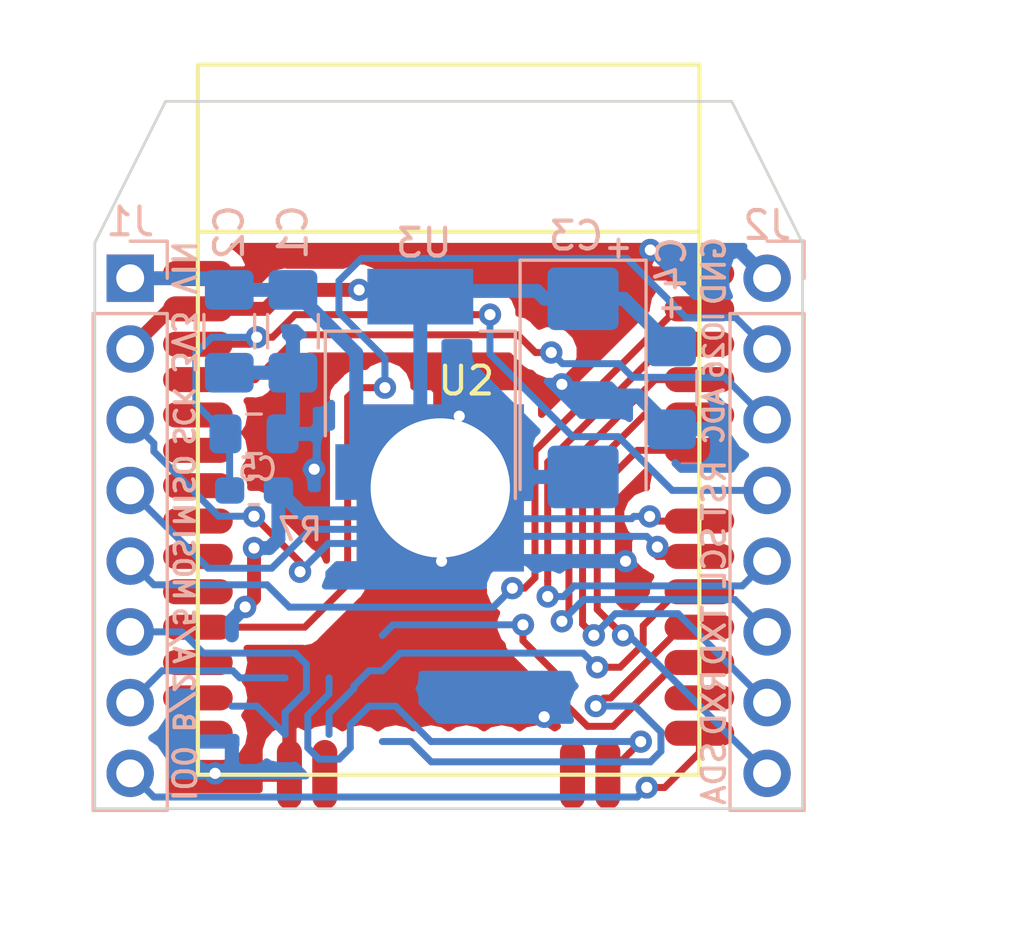
<source format=kicad_pcb>
(kicad_pcb (version 20171130) (host pcbnew 5.1.4)

  (general
    (thickness 1.6)
    (drawings 26)
    (tracks 250)
    (zones 0)
    (modules 10)
    (nets 34)
  )

  (page A4)
  (layers
    (0 F.Cu signal)
    (31 B.Cu signal)
    (32 B.Adhes user)
    (33 F.Adhes user)
    (34 B.Paste user)
    (35 F.Paste user)
    (36 B.SilkS user)
    (37 F.SilkS user)
    (38 B.Mask user)
    (39 F.Mask user)
    (40 Dwgs.User user)
    (41 Cmts.User user)
    (42 Eco1.User user)
    (43 Eco2.User user)
    (44 Edge.Cuts user)
    (45 Margin user)
    (46 B.CrtYd user)
    (47 F.CrtYd user)
    (48 B.Fab user)
    (49 F.Fab user)
  )

  (setup
    (last_trace_width 0.25)
    (trace_clearance 0.2)
    (zone_clearance 0.508)
    (zone_45_only no)
    (trace_min 0.2)
    (via_size 0.8)
    (via_drill 0.4)
    (via_min_size 0.8)
    (via_min_drill 0.3)
    (uvia_size 0.3)
    (uvia_drill 0.1)
    (uvias_allowed no)
    (uvia_min_size 0.2)
    (uvia_min_drill 0.1)
    (edge_width 0.1)
    (segment_width 0.2)
    (pcb_text_width 0.3)
    (pcb_text_size 1.5 1.5)
    (mod_edge_width 0.15)
    (mod_text_size 1 1)
    (mod_text_width 0.15)
    (pad_size 1.7 1.7)
    (pad_drill 1)
    (pad_to_mask_clearance 0)
    (aux_axis_origin 0 0)
    (visible_elements FFFFFF7F)
    (pcbplotparams
      (layerselection 0x010f0_ffffffff)
      (usegerberextensions true)
      (usegerberattributes false)
      (usegerberadvancedattributes false)
      (creategerberjobfile false)
      (excludeedgelayer true)
      (linewidth 0.100000)
      (plotframeref false)
      (viasonmask false)
      (mode 1)
      (useauxorigin false)
      (hpglpennumber 1)
      (hpglpenspeed 20)
      (hpglpendiameter 15.000000)
      (psnegative false)
      (psa4output false)
      (plotreference true)
      (plotvalue false)
      (plotinvisibletext false)
      (padsonsilk false)
      (subtractmaskfromsilk true)
      (outputformat 1)
      (mirror false)
      (drillshape 0)
      (scaleselection 1)
      (outputdirectory ""))
  )

  (net 0 "")
  (net 1 GND)
  (net 2 +3V3)
  (net 3 VCC)
  (net 4 RST)
  (net 5 IO0)
  (net 6 B)
  (net 7 A)
  (net 8 IO5)
  (net 9 TXD)
  (net 10 RXD)
  (net 11 IO2)
  (net 12 MOSI)
  (net 13 MISO)
  (net 14 SCK)
  (net 15 IO26)
  (net 16 ADC)
  (net 17 SCL)
  (net 18 SDA)
  (net 19 "Net-(U2-Pad26)")
  (net 20 "Net-(U2-Pad23)")
  (net 21 "Net-(U2-Pad16)")
  (net 22 "Net-(U2-Pad14)")
  (net 23 "Net-(U2-Pad13)")
  (net 24 "Net-(U2-Pad12)")
  (net 25 "Net-(U2-Pad10)")
  (net 26 "Net-(U2-Pad9)")
  (net 27 "Net-(U2-Pad8)")
  (net 28 "Net-(U2-Pad7)")
  (net 29 "Net-(U2-Pad6)")
  (net 30 "Net-(U2-Pad5)")
  (net 31 /IO16)
  (net 32 /IO17)
  (net 33 "Net-(U2-Pad4)")

  (net_class Default "これはデフォルトのネット クラスです。"
    (clearance 0.2)
    (trace_width 0.25)
    (via_dia 0.8)
    (via_drill 0.4)
    (uvia_dia 0.3)
    (uvia_drill 0.1)
    (add_net /IO16)
    (add_net /IO17)
    (add_net A)
    (add_net ADC)
    (add_net B)
    (add_net IO0)
    (add_net IO2)
    (add_net IO26)
    (add_net IO5)
    (add_net MISO)
    (add_net MOSI)
    (add_net "Net-(U2-Pad10)")
    (add_net "Net-(U2-Pad12)")
    (add_net "Net-(U2-Pad13)")
    (add_net "Net-(U2-Pad14)")
    (add_net "Net-(U2-Pad16)")
    (add_net "Net-(U2-Pad23)")
    (add_net "Net-(U2-Pad26)")
    (add_net "Net-(U2-Pad4)")
    (add_net "Net-(U2-Pad5)")
    (add_net "Net-(U2-Pad6)")
    (add_net "Net-(U2-Pad7)")
    (add_net "Net-(U2-Pad8)")
    (add_net "Net-(U2-Pad9)")
    (add_net RST)
    (add_net RXD)
    (add_net SCK)
    (add_net SCL)
    (add_net SDA)
    (add_net TXD)
  )

  (net_class Power ""
    (clearance 0.2)
    (trace_width 0.5)
    (via_dia 0.8)
    (via_drill 0.4)
    (uvia_dia 0.3)
    (uvia_drill 0.1)
    (add_net +3V3)
    (add_net GND)
    (add_net VCC)
  )

  (module Capacitor_SMD:C_1206_3216Metric_Pad1.42x1.75mm_HandSolder (layer B.Cu) (tedit 5B301BBE) (tstamp 5B9F2169)
    (at 135.382 98.425 270)
    (descr "Capacitor SMD 1206 (3216 Metric), square (rectangular) end terminal, IPC_7351 nominal with elongated pad for handsoldering. (Body size source: http://www.tortai-tech.com/upload/download/2011102023233369053.pdf), generated with kicad-footprint-generator")
    (tags "capacitor handsolder")
    (path /5BA86A4D)
    (attr smd)
    (fp_text reference C1 (at -3.556 0 270) (layer B.SilkS)
      (effects (font (size 1 1) (thickness 0.15)) (justify mirror))
    )
    (fp_text value C (at 0 -1.82 270) (layer B.Fab)
      (effects (font (size 1 1) (thickness 0.15)) (justify mirror))
    )
    (fp_line (start -1.6 -0.8) (end -1.6 0.8) (layer B.Fab) (width 0.1))
    (fp_line (start -1.6 0.8) (end 1.6 0.8) (layer B.Fab) (width 0.1))
    (fp_line (start 1.6 0.8) (end 1.6 -0.8) (layer B.Fab) (width 0.1))
    (fp_line (start 1.6 -0.8) (end -1.6 -0.8) (layer B.Fab) (width 0.1))
    (fp_line (start -0.602064 0.91) (end 0.602064 0.91) (layer B.SilkS) (width 0.12))
    (fp_line (start -0.602064 -0.91) (end 0.602064 -0.91) (layer B.SilkS) (width 0.12))
    (fp_line (start -2.45 -1.12) (end -2.45 1.12) (layer B.CrtYd) (width 0.05))
    (fp_line (start -2.45 1.12) (end 2.45 1.12) (layer B.CrtYd) (width 0.05))
    (fp_line (start 2.45 1.12) (end 2.45 -1.12) (layer B.CrtYd) (width 0.05))
    (fp_line (start 2.45 -1.12) (end -2.45 -1.12) (layer B.CrtYd) (width 0.05))
    (fp_text user %R (at 0 0 270) (layer B.Fab)
      (effects (font (size 0.8 0.8) (thickness 0.12)) (justify mirror))
    )
    (pad 1 smd roundrect (at -1.4875 0 270) (size 1.425 1.75) (layers B.Cu B.Paste B.Mask) (roundrect_rratio 0.175439)
      (net 3 VCC))
    (pad 2 smd roundrect (at 1.4875 0 270) (size 1.425 1.75) (layers B.Cu B.Paste B.Mask) (roundrect_rratio 0.175439)
      (net 1 GND))
    (model ${KISYS3DMOD}/Capacitor_SMD.3dshapes/C_1206_3216Metric.wrl
      (at (xyz 0 0 0))
      (scale (xyz 1 1 1))
      (rotate (xyz 0 0 0))
    )
  )

  (module Capacitor_SMD:C_1206_3216Metric_Pad1.42x1.75mm_HandSolder (layer B.Cu) (tedit 5B301BBE) (tstamp 5B9F217A)
    (at 133.096 98.425 270)
    (descr "Capacitor SMD 1206 (3216 Metric), square (rectangular) end terminal, IPC_7351 nominal with elongated pad for handsoldering. (Body size source: http://www.tortai-tech.com/upload/download/2011102023233369053.pdf), generated with kicad-footprint-generator")
    (tags "capacitor handsolder")
    (path /5BA86B48)
    (attr smd)
    (fp_text reference C2 (at -3.556 0 270) (layer B.SilkS)
      (effects (font (size 1 1) (thickness 0.15)) (justify mirror))
    )
    (fp_text value C (at 0 -1.82 270) (layer B.Fab)
      (effects (font (size 1 1) (thickness 0.15)) (justify mirror))
    )
    (fp_text user %R (at 0 0 270) (layer B.Fab)
      (effects (font (size 0.8 0.8) (thickness 0.12)) (justify mirror))
    )
    (fp_line (start 2.45 -1.12) (end -2.45 -1.12) (layer B.CrtYd) (width 0.05))
    (fp_line (start 2.45 1.12) (end 2.45 -1.12) (layer B.CrtYd) (width 0.05))
    (fp_line (start -2.45 1.12) (end 2.45 1.12) (layer B.CrtYd) (width 0.05))
    (fp_line (start -2.45 -1.12) (end -2.45 1.12) (layer B.CrtYd) (width 0.05))
    (fp_line (start -0.602064 -0.91) (end 0.602064 -0.91) (layer B.SilkS) (width 0.12))
    (fp_line (start -0.602064 0.91) (end 0.602064 0.91) (layer B.SilkS) (width 0.12))
    (fp_line (start 1.6 -0.8) (end -1.6 -0.8) (layer B.Fab) (width 0.1))
    (fp_line (start 1.6 0.8) (end 1.6 -0.8) (layer B.Fab) (width 0.1))
    (fp_line (start -1.6 0.8) (end 1.6 0.8) (layer B.Fab) (width 0.1))
    (fp_line (start -1.6 -0.8) (end -1.6 0.8) (layer B.Fab) (width 0.1))
    (pad 2 smd roundrect (at 1.4875 0 270) (size 1.425 1.75) (layers B.Cu B.Paste B.Mask) (roundrect_rratio 0.175439)
      (net 1 GND))
    (pad 1 smd roundrect (at -1.4875 0 270) (size 1.425 1.75) (layers B.Cu B.Paste B.Mask) (roundrect_rratio 0.175439)
      (net 3 VCC))
    (model ${KISYS3DMOD}/Capacitor_SMD.3dshapes/C_1206_3216Metric.wrl
      (at (xyz 0 0 0))
      (scale (xyz 1 1 1))
      (rotate (xyz 0 0 0))
    )
  )

  (module Capacitor_SMD:C_1206_3216Metric_Pad1.42x1.75mm_HandSolder (layer B.Cu) (tedit 5B301BBE) (tstamp 5B9F219C)
    (at 148.971 100.457 270)
    (descr "Capacitor SMD 1206 (3216 Metric), square (rectangular) end terminal, IPC_7351 nominal with elongated pad for handsoldering. (Body size source: http://www.tortai-tech.com/upload/download/2011102023233369053.pdf), generated with kicad-footprint-generator")
    (tags "capacitor handsolder")
    (path /5BA86D43)
    (attr smd)
    (fp_text reference C4 (at -4.445 0 270) (layer B.SilkS)
      (effects (font (size 1 1) (thickness 0.15)) (justify mirror))
    )
    (fp_text value C (at 0 -1.82 270) (layer B.Fab)
      (effects (font (size 1 1) (thickness 0.15)) (justify mirror))
    )
    (fp_text user %R (at 0 0 270) (layer B.Fab)
      (effects (font (size 0.8 0.8) (thickness 0.12)) (justify mirror))
    )
    (fp_line (start 2.45 -1.12) (end -2.45 -1.12) (layer B.CrtYd) (width 0.05))
    (fp_line (start 2.45 1.12) (end 2.45 -1.12) (layer B.CrtYd) (width 0.05))
    (fp_line (start -2.45 1.12) (end 2.45 1.12) (layer B.CrtYd) (width 0.05))
    (fp_line (start -2.45 -1.12) (end -2.45 1.12) (layer B.CrtYd) (width 0.05))
    (fp_line (start -0.602064 -0.91) (end 0.602064 -0.91) (layer B.SilkS) (width 0.12))
    (fp_line (start -0.602064 0.91) (end 0.602064 0.91) (layer B.SilkS) (width 0.12))
    (fp_line (start 1.6 -0.8) (end -1.6 -0.8) (layer B.Fab) (width 0.1))
    (fp_line (start 1.6 0.8) (end 1.6 -0.8) (layer B.Fab) (width 0.1))
    (fp_line (start -1.6 0.8) (end 1.6 0.8) (layer B.Fab) (width 0.1))
    (fp_line (start -1.6 -0.8) (end -1.6 0.8) (layer B.Fab) (width 0.1))
    (pad 2 smd roundrect (at 1.4875 0 270) (size 1.425 1.75) (layers B.Cu B.Paste B.Mask) (roundrect_rratio 0.175439)
      (net 1 GND))
    (pad 1 smd roundrect (at -1.4875 0 270) (size 1.425 1.75) (layers B.Cu B.Paste B.Mask) (roundrect_rratio 0.175439)
      (net 2 +3V3))
    (model ${KISYS3DMOD}/Capacitor_SMD.3dshapes/C_1206_3216Metric.wrl
      (at (xyz 0 0 0))
      (scale (xyz 1 1 1))
      (rotate (xyz 0 0 0))
    )
  )

  (module Package_TO_SOT_SMD:SOT-223-3_TabPin2 (layer B.Cu) (tedit 5A02FF57) (tstamp 5B9F21B2)
    (at 139.954 100.33 90)
    (descr "module CMS SOT223 4 pins")
    (tags "CMS SOT")
    (path /5BA6808A)
    (attr smd)
    (fp_text reference U3 (at 5.08 0.127) (layer B.SilkS)
      (effects (font (size 1 1) (thickness 0.15)) (justify mirror))
    )
    (fp_text value AMS1117-3.3 (at 0 -4.5 90) (layer B.Fab)
      (effects (font (size 1 1) (thickness 0.15)) (justify mirror))
    )
    (fp_text user %R (at -1.27 -0.381) (layer B.Fab)
      (effects (font (size 0.8 0.8) (thickness 0.12)) (justify mirror))
    )
    (fp_line (start 1.91 -3.41) (end 1.91 -2.15) (layer B.SilkS) (width 0.12))
    (fp_line (start 1.91 3.41) (end 1.91 2.15) (layer B.SilkS) (width 0.12))
    (fp_line (start 4.4 3.6) (end -4.4 3.6) (layer B.CrtYd) (width 0.05))
    (fp_line (start 4.4 -3.6) (end 4.4 3.6) (layer B.CrtYd) (width 0.05))
    (fp_line (start -4.4 -3.6) (end 4.4 -3.6) (layer B.CrtYd) (width 0.05))
    (fp_line (start -4.4 3.6) (end -4.4 -3.6) (layer B.CrtYd) (width 0.05))
    (fp_line (start -1.85 2.35) (end -0.85 3.35) (layer B.Fab) (width 0.1))
    (fp_line (start -1.85 2.35) (end -1.85 -3.35) (layer B.Fab) (width 0.1))
    (fp_line (start -1.85 -3.41) (end 1.91 -3.41) (layer B.SilkS) (width 0.12))
    (fp_line (start -0.85 3.35) (end 1.85 3.35) (layer B.Fab) (width 0.1))
    (fp_line (start -4.1 3.41) (end 1.91 3.41) (layer B.SilkS) (width 0.12))
    (fp_line (start -1.85 -3.35) (end 1.85 -3.35) (layer B.Fab) (width 0.1))
    (fp_line (start 1.85 3.35) (end 1.85 -3.35) (layer B.Fab) (width 0.1))
    (pad 2 smd rect (at 3.15 0 90) (size 2 3.8) (layers B.Cu B.Paste B.Mask)
      (net 2 +3V3))
    (pad 2 smd rect (at -3.15 0 90) (size 2 1.5) (layers B.Cu B.Paste B.Mask)
      (net 2 +3V3))
    (pad 3 smd rect (at -3.15 -2.3 90) (size 2 1.5) (layers B.Cu B.Paste B.Mask)
      (net 3 VCC))
    (pad 1 smd rect (at -3.15 2.3 90) (size 2 1.5) (layers B.Cu B.Paste B.Mask)
      (net 1 GND))
    (model ${KISYS3DMOD}/Package_TO_SOT_SMD.3dshapes/SOT-223.wrl
      (at (xyz 0 0 0))
      (scale (xyz 1 1 1))
      (rotate (xyz 0 0 0))
    )
  )

  (module Connector_PinHeader_2.54mm:PinHeader_1x08_P2.54mm_Vertical (layer B.Cu) (tedit 59FED5CC) (tstamp 5B9E322A)
    (at 129.54 96.52 180)
    (descr "Through hole straight pin header, 1x08, 2.54mm pitch, single row")
    (tags "Through hole pin header THT 1x08 2.54mm single row")
    (path /5B94B3AE)
    (fp_text reference J1 (at 0 2.032 180) (layer B.SilkS)
      (effects (font (size 1 1) (thickness 0.15)) (justify mirror))
    )
    (fp_text value Conn_01x08 (at 0 -20.11 180) (layer B.Fab)
      (effects (font (size 1 1) (thickness 0.15)) (justify mirror))
    )
    (fp_text user %R (at 0 -8.89 90) (layer B.Fab)
      (effects (font (size 1 1) (thickness 0.15)) (justify mirror))
    )
    (fp_line (start 1.8 1.8) (end -1.8 1.8) (layer B.CrtYd) (width 0.05))
    (fp_line (start 1.8 -19.55) (end 1.8 1.8) (layer B.CrtYd) (width 0.05))
    (fp_line (start -1.8 -19.55) (end 1.8 -19.55) (layer B.CrtYd) (width 0.05))
    (fp_line (start -1.8 1.8) (end -1.8 -19.55) (layer B.CrtYd) (width 0.05))
    (fp_line (start -1.33 1.33) (end 0 1.33) (layer B.SilkS) (width 0.12))
    (fp_line (start -1.33 0) (end -1.33 1.33) (layer B.SilkS) (width 0.12))
    (fp_line (start -1.33 -1.27) (end 1.33 -1.27) (layer B.SilkS) (width 0.12))
    (fp_line (start 1.33 -1.27) (end 1.33 -19.11) (layer B.SilkS) (width 0.12))
    (fp_line (start -1.33 -1.27) (end -1.33 -19.11) (layer B.SilkS) (width 0.12))
    (fp_line (start -1.33 -19.11) (end 1.33 -19.11) (layer B.SilkS) (width 0.12))
    (fp_line (start -1.27 0.635) (end -0.635 1.27) (layer B.Fab) (width 0.1))
    (fp_line (start -1.27 -19.05) (end -1.27 0.635) (layer B.Fab) (width 0.1))
    (fp_line (start 1.27 -19.05) (end -1.27 -19.05) (layer B.Fab) (width 0.1))
    (fp_line (start 1.27 1.27) (end 1.27 -19.05) (layer B.Fab) (width 0.1))
    (fp_line (start -0.635 1.27) (end 1.27 1.27) (layer B.Fab) (width 0.1))
    (pad 8 thru_hole oval (at 0 -17.78 180) (size 1.7 1.7) (drill 1) (layers *.Cu *.Mask)
      (net 5 IO0))
    (pad 7 thru_hole oval (at 0 -15.24 180) (size 1.7 1.7) (drill 1) (layers *.Cu *.Mask)
      (net 6 B))
    (pad 6 thru_hole oval (at 0 -12.7 180) (size 1.7 1.7) (drill 1) (layers *.Cu *.Mask)
      (net 7 A))
    (pad 5 thru_hole oval (at 0 -10.16 180) (size 1.7 1.7) (drill 1) (layers *.Cu *.Mask)
      (net 12 MOSI))
    (pad 4 thru_hole oval (at 0 -7.62 180) (size 1.7 1.7) (drill 1) (layers *.Cu *.Mask)
      (net 13 MISO))
    (pad 3 thru_hole oval (at 0 -5.08 180) (size 1.7 1.7) (drill 1) (layers *.Cu *.Mask)
      (net 14 SCK))
    (pad 2 thru_hole oval (at 0 -2.54 180) (size 1.7 1.7) (drill 1) (layers *.Cu *.Mask)
      (net 2 +3V3))
    (pad 1 thru_hole rect (at 0 0 180) (size 1.7 1.7) (drill 1) (layers *.Cu *.Mask)
      (net 3 VCC))
    (model ${KISYS3DMOD}/Connector_PinHeader_2.54mm.3dshapes/PinHeader_1x08_P2.54mm_Vertical.wrl
      (at (xyz 0 0 0))
      (scale (xyz 1 1 1))
      (rotate (xyz 0 0 0))
    )
  )

  (module Connector_PinHeader_2.54mm:PinHeader_1x08_P2.54mm_Vertical (layer B.Cu) (tedit 5B9D5743) (tstamp 5B9E3245)
    (at 152.4 96.52 180)
    (descr "Through hole straight pin header, 1x08, 2.54mm pitch, single row")
    (tags "Through hole pin header THT 1x08 2.54mm single row")
    (path /5B94E662)
    (fp_text reference J2 (at 0 1.905 180) (layer B.SilkS)
      (effects (font (size 1 1) (thickness 0.15)) (justify mirror))
    )
    (fp_text value Conn_01x08 (at 0 -20.11 180) (layer B.Fab)
      (effects (font (size 1 1) (thickness 0.15)) (justify mirror))
    )
    (fp_line (start -0.635 1.27) (end 1.27 1.27) (layer B.Fab) (width 0.1))
    (fp_line (start 1.27 1.27) (end 1.27 -19.05) (layer B.Fab) (width 0.1))
    (fp_line (start 1.27 -19.05) (end -1.27 -19.05) (layer B.Fab) (width 0.1))
    (fp_line (start -1.27 -19.05) (end -1.27 0.635) (layer B.Fab) (width 0.1))
    (fp_line (start -1.27 0.635) (end -0.635 1.27) (layer B.Fab) (width 0.1))
    (fp_line (start -1.33 -19.11) (end 1.33 -19.11) (layer B.SilkS) (width 0.12))
    (fp_line (start -1.33 -1.27) (end -1.33 -19.11) (layer B.SilkS) (width 0.12))
    (fp_line (start 1.33 -1.27) (end 1.33 -19.11) (layer B.SilkS) (width 0.12))
    (fp_line (start -1.33 -1.27) (end 1.33 -1.27) (layer B.SilkS) (width 0.12))
    (fp_line (start -1.33 0) (end -1.33 1.33) (layer B.SilkS) (width 0.12))
    (fp_line (start -1.33 1.33) (end 0 1.33) (layer B.SilkS) (width 0.12))
    (fp_line (start -1.8 1.8) (end -1.8 -19.55) (layer B.CrtYd) (width 0.05))
    (fp_line (start -1.8 -19.55) (end 1.8 -19.55) (layer B.CrtYd) (width 0.05))
    (fp_line (start 1.8 -19.55) (end 1.8 1.8) (layer B.CrtYd) (width 0.05))
    (fp_line (start 1.8 1.8) (end -1.8 1.8) (layer B.CrtYd) (width 0.05))
    (fp_text user %R (at 0 -8.89 90) (layer B.Fab)
      (effects (font (size 1 1) (thickness 0.15)) (justify mirror))
    )
    (pad 1 thru_hole circle (at 0 0 180) (size 1.7 1.7) (drill 1) (layers *.Cu *.Mask)
      (net 1 GND))
    (pad 2 thru_hole oval (at 0 -2.54 180) (size 1.7 1.7) (drill 1) (layers *.Cu *.Mask)
      (net 15 IO26))
    (pad 3 thru_hole oval (at 0 -5.08 180) (size 1.7 1.7) (drill 1) (layers *.Cu *.Mask)
      (net 16 ADC))
    (pad 4 thru_hole oval (at 0 -7.62 180) (size 1.7 1.7) (drill 1) (layers *.Cu *.Mask)
      (net 4 RST))
    (pad 5 thru_hole oval (at 0 -10.16 180) (size 1.7 1.7) (drill 1) (layers *.Cu *.Mask)
      (net 17 SCL))
    (pad 6 thru_hole oval (at 0 -12.7 180) (size 1.7 1.7) (drill 1) (layers *.Cu *.Mask)
      (net 9 TXD))
    (pad 7 thru_hole oval (at 0 -15.24 180) (size 1.7 1.7) (drill 1) (layers *.Cu *.Mask)
      (net 10 RXD))
    (pad 8 thru_hole oval (at 0 -17.78 180) (size 1.7 1.7) (drill 1) (layers *.Cu *.Mask)
      (net 18 SDA))
    (model ${KISYS3DMOD}/Connector_PinHeader_2.54mm.3dshapes/PinHeader_1x08_P2.54mm_Vertical.wrl
      (at (xyz 0 0 0))
      (scale (xyz 1 1 1))
      (rotate (xyz 0 0 0))
    )
  )

  (module Resistor_SMD:R_0603_1608Metric_Pad1.05x0.95mm_HandSolder (layer B.Cu) (tedit 5BA2D98A) (tstamp 5BA2C9CE)
    (at 133.985 104.14 180)
    (descr "Resistor SMD 0603 (1608 Metric), square (rectangular) end terminal, IPC_7351 nominal with elongated pad for handsoldering. (Body size source: http://www.tortai-tech.com/upload/download/2011102023233369053.pdf), generated with kicad-footprint-generator")
    (tags "resistor handsolder")
    (path /5B924085)
    (attr smd)
    (fp_text reference R7 (at -1.651 -1.397 180) (layer B.SilkS)
      (effects (font (size 0.8 0.8) (thickness 0.14)) (justify mirror))
    )
    (fp_text value 10K (at 0 -1.43 180) (layer B.Fab)
      (effects (font (size 1 1) (thickness 0.15)) (justify mirror))
    )
    (fp_text user %R (at 0 0) (layer B.Fab)
      (effects (font (size 0.4 0.4) (thickness 0.06)) (justify mirror))
    )
    (fp_line (start 1.65 -0.73) (end -1.65 -0.73) (layer B.CrtYd) (width 0.05))
    (fp_line (start 1.65 0.73) (end 1.65 -0.73) (layer B.CrtYd) (width 0.05))
    (fp_line (start -1.65 0.73) (end 1.65 0.73) (layer B.CrtYd) (width 0.05))
    (fp_line (start -1.65 -0.73) (end -1.65 0.73) (layer B.CrtYd) (width 0.05))
    (fp_line (start -0.171267 -0.51) (end 0.171267 -0.51) (layer B.SilkS) (width 0.12))
    (fp_line (start -0.171267 0.51) (end 0.171267 0.51) (layer B.SilkS) (width 0.12))
    (fp_line (start 0.8 -0.4) (end -0.8 -0.4) (layer B.Fab) (width 0.1))
    (fp_line (start 0.8 0.4) (end 0.8 -0.4) (layer B.Fab) (width 0.1))
    (fp_line (start -0.8 0.4) (end 0.8 0.4) (layer B.Fab) (width 0.1))
    (fp_line (start -0.8 -0.4) (end -0.8 0.4) (layer B.Fab) (width 0.1))
    (pad 2 smd roundrect (at 0.875 0 180) (size 1.05 0.95) (layers B.Cu B.Paste B.Mask) (roundrect_rratio 0.25)
      (net 4 RST))
    (pad 1 smd roundrect (at -0.875 0 180) (size 1.05 0.95) (layers B.Cu B.Paste B.Mask) (roundrect_rratio 0.25)
      (net 2 +3V3))
    (model ${KISYS3DMOD}/Resistor_SMD.3dshapes/R_0603_1608Metric.wrl
      (at (xyz 0 0 0))
      (scale (xyz 1 1 1))
      (rotate (xyz 0 0 0))
    )
  )

  (module Capacitor_SMD:C_0805_2012Metric_Pad1.15x1.40mm_HandSolder (layer B.Cu) (tedit 5BE7B3C2) (tstamp 5BA483E5)
    (at 133.985 102.108)
    (descr "Capacitor SMD 0805 (2012 Metric), square (rectangular) end terminal, IPC_7351 nominal with elongated pad for handsoldering. (Body size source: https://docs.google.com/spreadsheets/d/1BsfQQcO9C6DZCsRaXUlFlo91Tg2WpOkGARC1WS5S8t0/edit?usp=sharing), generated with kicad-footprint-generator")
    (tags "capacitor handsolder")
    (path /5BA20D2D)
    (attr smd)
    (fp_text reference C5 (at 0.127 1.27) (layer B.SilkS)
      (effects (font (size 0.8 0.7) (thickness 0.13)) (justify mirror))
    )
    (fp_text value 1uF (at 0 -1.65) (layer B.Fab)
      (effects (font (size 1 1) (thickness 0.15)) (justify mirror))
    )
    (fp_line (start -1 -0.6) (end -1 0.6) (layer B.Fab) (width 0.1))
    (fp_line (start -1 0.6) (end 1 0.6) (layer B.Fab) (width 0.1))
    (fp_line (start 1 0.6) (end 1 -0.6) (layer B.Fab) (width 0.1))
    (fp_line (start 1 -0.6) (end -1 -0.6) (layer B.Fab) (width 0.1))
    (fp_line (start -0.261252 0.71) (end 0.261252 0.71) (layer B.SilkS) (width 0.12))
    (fp_line (start -0.261252 -0.71) (end 0.261252 -0.71) (layer B.SilkS) (width 0.12))
    (fp_line (start -1.85 -0.95) (end -1.85 0.95) (layer B.CrtYd) (width 0.05))
    (fp_line (start -1.85 0.95) (end 1.85 0.95) (layer B.CrtYd) (width 0.05))
    (fp_line (start 1.85 0.95) (end 1.85 -0.95) (layer B.CrtYd) (width 0.05))
    (fp_line (start 1.85 -0.95) (end -1.85 -0.95) (layer B.CrtYd) (width 0.05))
    (fp_text user %R (at 0 0) (layer B.Fab)
      (effects (font (size 0.5 0.5) (thickness 0.08)) (justify mirror))
    )
    (pad 1 smd roundrect (at -1.025 0) (size 1.15 1.4) (layers B.Cu B.Paste B.Mask) (roundrect_rratio 0.217391)
      (net 4 RST))
    (pad 2 smd roundrect (at 1.025 0) (size 1.15 1.4) (layers B.Cu B.Paste B.Mask) (roundrect_rratio 0.217391)
      (net 1 GND))
    (model ${KISYS3DMOD}/Capacitor_SMD.3dshapes/C_0805_2012Metric.wrl
      (at (xyz 0 0 0))
      (scale (xyz 1 1 1))
      (rotate (xyz 0 0 0))
    )
  )

  (module Capacitor_Tantalum_SMD:CP_EIA-7343-15_Kemet-W_Pad2.25x2.55mm_HandSolder (layer B.Cu) (tedit 5B301BBE) (tstamp 5BE927E0)
    (at 145.796 100.457 270)
    (descr "Tantalum Capacitor SMD Kemet-W (7343-15 Metric), IPC_7351 nominal, (Body size from: http://www.kemet.com/Lists/ProductCatalog/Attachments/253/KEM_TC101_STD.pdf), generated with kicad-footprint-generator")
    (tags "capacitor tantalum")
    (path /5BA86C88)
    (attr smd)
    (fp_text reference C3 (at -5.461 0.254 180) (layer B.SilkS)
      (effects (font (size 1 1) (thickness 0.15)) (justify mirror))
    )
    (fp_text value C (at 0 -3.1 270) (layer B.Fab)
      (effects (font (size 1 1) (thickness 0.15)) (justify mirror))
    )
    (fp_line (start 3.65 2.15) (end -2.65 2.15) (layer B.Fab) (width 0.1))
    (fp_line (start -2.65 2.15) (end -3.65 1.15) (layer B.Fab) (width 0.1))
    (fp_line (start -3.65 1.15) (end -3.65 -2.15) (layer B.Fab) (width 0.1))
    (fp_line (start -3.65 -2.15) (end 3.65 -2.15) (layer B.Fab) (width 0.1))
    (fp_line (start 3.65 -2.15) (end 3.65 2.15) (layer B.Fab) (width 0.1))
    (fp_line (start 3.65 2.26) (end -4.585 2.26) (layer B.SilkS) (width 0.12))
    (fp_line (start -4.585 2.26) (end -4.585 -2.26) (layer B.SilkS) (width 0.12))
    (fp_line (start -4.585 -2.26) (end 3.65 -2.26) (layer B.SilkS) (width 0.12))
    (fp_line (start -4.58 -2.4) (end -4.58 2.4) (layer B.CrtYd) (width 0.05))
    (fp_line (start -4.58 2.4) (end 4.58 2.4) (layer B.CrtYd) (width 0.05))
    (fp_line (start 4.58 2.4) (end 4.58 -2.4) (layer B.CrtYd) (width 0.05))
    (fp_line (start 4.58 -2.4) (end -4.58 -2.4) (layer B.CrtYd) (width 0.05))
    (fp_text user %R (at 0 0 270) (layer B.Fab)
      (effects (font (size 1 1) (thickness 0.15)) (justify mirror))
    )
    (pad 1 smd roundrect (at -3.2 0 270) (size 2.25 2.55) (layers B.Cu B.Paste B.Mask) (roundrect_rratio 0.111111)
      (net 2 +3V3))
    (pad 2 smd roundrect (at 3.2 0 270) (size 2.25 2.55) (layers B.Cu B.Paste B.Mask) (roundrect_rratio 0.111111)
      (net 1 GND))
    (model ${KISYS3DMOD}/Capacitor_Tantalum_SMD.3dshapes/CP_EIA-7343-15_Kemet-W.wrl
      (at (xyz 0 0 0))
      (scale (xyz 1 1 1))
      (rotate (xyz 0 0 0))
    )
  )

  (module lib:ESP32-WROOM (layer F.Cu) (tedit 5C6E743E) (tstamp 5D759E53)
    (at 140.97 101.6 180)
    (path /5B923A7D)
    (fp_text reference U2 (at -0.635 1.397 180) (layer F.SilkS)
      (effects (font (size 1 1) (thickness 0.15)))
    )
    (fp_text value ESP-WROOM-32 (at 5.715 14.224 180) (layer F.Fab)
      (effects (font (size 1 1) (thickness 0.15)))
    )
    (fp_line (start -9 6.75) (end 9 6.75) (layer F.SilkS) (width 0.15))
    (fp_line (start 9 12.75) (end 9 -12.75) (layer F.SilkS) (width 0.15))
    (fp_line (start -9 12.75) (end -9 -12.75) (layer F.SilkS) (width 0.15))
    (fp_line (start -9 -12.75) (end 9 -12.75) (layer F.SilkS) (width 0.15))
    (fp_line (start -9 12.75) (end 9 12.75) (layer F.SilkS) (width 0.15))
    (pad 38 smd oval (at -9 5.25 180) (size 2.5 0.9) (layers F.Cu F.Paste F.Mask)
      (net 1 GND))
    (pad 37 smd oval (at -9 3.98 180) (size 2.5 0.9) (layers F.Cu F.Paste F.Mask)
      (net 12 MOSI))
    (pad 36 smd oval (at -9 2.71 180) (size 2.5 0.9) (layers F.Cu F.Paste F.Mask)
      (net 17 SCL))
    (pad 35 smd oval (at -9 1.44 180) (size 2.5 0.9) (layers F.Cu F.Paste F.Mask)
      (net 9 TXD))
    (pad 34 smd oval (at -9 0.17 180) (size 2.5 0.9) (layers F.Cu F.Paste F.Mask)
      (net 10 RXD))
    (pad 33 smd oval (at -9 -1.1 180) (size 2.5 0.9) (layers F.Cu F.Paste F.Mask)
      (net 18 SDA))
    (pad 31 smd oval (at -9 -3.64 180) (size 2.5 0.9) (layers F.Cu F.Paste F.Mask)
      (net 13 MISO))
    (pad 30 smd oval (at -9 -4.91 180) (size 2.5 0.9) (layers F.Cu F.Paste F.Mask)
      (net 14 SCK))
    (pad 29 smd oval (at -9 -6.18 180) (size 2.5 0.9) (layers F.Cu F.Paste F.Mask)
      (net 8 IO5))
    (pad 28 smd oval (at -9 -7.45 180) (size 2.5 0.9) (layers F.Cu F.Paste F.Mask)
      (net 32 /IO17))
    (pad 27 smd oval (at -9 -8.72 180) (size 2.5 0.9) (layers F.Cu F.Paste F.Mask)
      (net 31 /IO16))
    (pad 26 smd oval (at -9 -9.99 180) (size 2.5 0.9) (layers F.Cu F.Paste F.Mask)
      (net 19 "Net-(U2-Pad26)"))
    (pad 25 smd oval (at -9 -11.26 180) (size 2.5 0.9) (layers F.Cu F.Paste F.Mask)
      (net 5 IO0))
    (pad 24 smd oval (at -5.715 -12.75 180) (size 0.9 2.5) (layers F.Cu F.Paste F.Mask)
      (net 11 IO2))
    (pad 23 smd oval (at -4.445 -12.75 180) (size 0.9 2.5) (layers F.Cu F.Paste F.Mask)
      (net 20 "Net-(U2-Pad23)"))
    (pad 16 smd oval (at 4.445 -12.75 180) (size 0.9 2.5) (layers F.Cu F.Paste F.Mask)
      (net 21 "Net-(U2-Pad16)"))
    (pad 15 smd oval (at 5.715 -12.75 180) (size 0.9 2.5) (layers F.Cu F.Paste F.Mask)
      (net 1 GND))
    (pad 14 smd oval (at 9 -11.26 180) (size 2.5 0.9) (layers F.Cu F.Paste F.Mask)
      (net 22 "Net-(U2-Pad14)"))
    (pad 13 smd oval (at 9 -9.99 180) (size 2.5 0.9) (layers F.Cu F.Paste F.Mask)
      (net 23 "Net-(U2-Pad13)"))
    (pad 12 smd oval (at 9 -8.72 180) (size 2.5 0.9) (layers F.Cu F.Paste F.Mask)
      (net 24 "Net-(U2-Pad12)"))
    (pad 11 smd oval (at 9 -7.45 180) (size 2.5 0.9) (layers F.Cu F.Paste F.Mask)
      (net 15 IO26))
    (pad 10 smd oval (at 9 -6.18 180) (size 2.5 0.9) (layers F.Cu F.Paste F.Mask)
      (net 25 "Net-(U2-Pad10)"))
    (pad 9 smd oval (at 9 -4.91 180) (size 2.5 0.9) (layers F.Cu F.Paste F.Mask)
      (net 26 "Net-(U2-Pad9)"))
    (pad 8 smd oval (at 9 -3.64 180) (size 2.5 0.9) (layers F.Cu F.Paste F.Mask)
      (net 27 "Net-(U2-Pad8)"))
    (pad 7 smd oval (at 9 -2.37 180) (size 2.5 0.9) (layers F.Cu F.Paste F.Mask)
      (net 28 "Net-(U2-Pad7)"))
    (pad 6 smd oval (at 9 -1.1 180) (size 2.5 0.9) (layers F.Cu F.Paste F.Mask)
      (net 29 "Net-(U2-Pad6)"))
    (pad 5 smd oval (at 9 0.17 180) (size 2.5 0.9) (layers F.Cu F.Paste F.Mask)
      (net 30 "Net-(U2-Pad5)"))
    (pad 4 smd oval (at 9 1.44 180) (size 2.5 0.9) (layers F.Cu F.Paste F.Mask)
      (net 33 "Net-(U2-Pad4)"))
    (pad 3 smd oval (at 9 2.71 180) (size 2.5 0.9) (layers F.Cu F.Paste F.Mask)
      (net 4 RST))
    (pad 2 smd oval (at 9 3.98 180) (size 2.5 0.9) (layers F.Cu F.Paste F.Mask)
      (net 2 +3V3))
    (pad 1 smd oval (at 9 5.25 180) (size 2.5 0.9) (layers F.Cu F.Paste F.Mask)
      (net 1 GND))
    (pad 39 thru_hole rect (at 0.3 -2.45 180) (size 6 6) (drill 5) (layers *.Cu *.Mask)
      (net 1 GND) (zone_connect 2))
  )

  (gr_text B/2 (at 131.445 111.76 270) (layer B.SilkS) (tstamp 5BDB1C3F)
    (effects (font (size 0.7 0.7) (thickness 0.14)) (justify mirror))
  )
  (gr_text IO26 (at 150.495 98.933 90) (layer B.SilkS) (tstamp 5BDB1AAA)
    (effects (font (size 0.7 0.7) (thickness 0.12)) (justify mirror))
  )
  (gr_text A/5 (at 131.445 109.347 270) (layer B.SilkS) (tstamp 5BDB19DF)
    (effects (font (size 0.7 0.7) (thickness 0.14)) (justify mirror))
  )
  (gr_text IO0 (at 131.445 114.3 270) (layer B.SilkS) (tstamp 5BDB1914)
    (effects (font (size 0.8 0.8) (thickness 0.14)) (justify mirror))
  )
  (gr_text MOSI (at 131.445 106.807 270) (layer B.SilkS) (tstamp 5BDB1849)
    (effects (font (size 0.7 0.7) (thickness 0.14)) (justify mirror))
  )
  (gr_text MISO (at 131.445 104.14 270) (layer B.SilkS) (tstamp 5BDB16B4)
    (effects (font (size 0.7 0.7) (thickness 0.14)) (justify mirror))
  )
  (gr_text SCK (at 131.445 101.473 270) (layer B.SilkS) (tstamp 5BDB15E9)
    (effects (font (size 0.7 0.7) (thickness 0.14)) (justify mirror))
  )
  (gr_text VIN (at 131.445 96.139 270) (layer B.SilkS) (tstamp 5BDB138A)
    (effects (font (size 0.8 0.8) (thickness 0.14)) (justify mirror))
  )
  (gr_text SDA (at 150.495 114.3 90) (layer B.SilkS) (tstamp 5BDB0A8C)
    (effects (font (size 0.8 0.8) (thickness 0.14)) (justify mirror))
  )
  (gr_text RXD (at 150.495 111.76 90) (layer B.SilkS) (tstamp 5BDB09C1)
    (effects (font (size 0.8 0.8) (thickness 0.14)) (justify mirror))
  )
  (gr_text TXD (at 150.495 109.347 90) (layer B.SilkS) (tstamp 5BDB08F6)
    (effects (font (size 0.8 0.8) (thickness 0.14)) (justify mirror))
  )
  (gr_text SCL (at 150.495 106.553 90) (layer B.SilkS) (tstamp 5BDB082B)
    (effects (font (size 0.8 0.8) (thickness 0.14)) (justify mirror))
  )
  (gr_text RST (at 150.495 104.14 90) (layer B.SilkS) (tstamp 5BDB0760)
    (effects (font (size 0.8 0.8) (thickness 0.14)) (justify mirror))
  )
  (gr_text ADC (at 150.495 101.473 90) (layer B.SilkS) (tstamp 5BDB0695)
    (effects (font (size 0.7 0.7) (thickness 0.14)) (justify mirror))
  )
  (gr_text 3V3 (at 131.445 98.806 270) (layer B.SilkS) (tstamp 5BDB05CA)
    (effects (font (size 0.8 0.8) (thickness 0.14)) (justify mirror))
  )
  (gr_text GND (at 150.495 96.266 90) (layer B.SilkS)
    (effects (font (size 0.8 0.8) (thickness 0.14)) (justify mirror))
  )
  (gr_text + (at 147.066 95.377) (layer B.SilkS) (tstamp 5BDB0285)
    (effects (font (size 0.8 0.8) (thickness 0.14)) (justify mirror))
  )
  (gr_text + (at 148.971 97.536) (layer B.SilkS)
    (effects (font (size 0.8 0.8) (thickness 0.14)) (justify mirror))
  )
  (gr_line (start 128.27 95.25) (end 128.27 115.57) (layer Edge.Cuts) (width 0.1))
  (gr_line (start 130.81 90.17) (end 128.27 95.25) (layer Edge.Cuts) (width 0.1))
  (gr_line (start 151.13 90.17) (end 153.67 95.25) (layer Edge.Cuts) (width 0.1))
  (dimension 25.400317 (width 0.3) (layer Cmts.User)
    (gr_text "25.400 mm" (at 140.993828 121.054952 0.2864765103) (layer Cmts.User)
      (effects (font (size 1.5 1.5) (thickness 0.3)))
    )
    (feature1 (pts (xy 153.67 116.225815) (xy 153.68626 119.477891)))
    (feature2 (pts (xy 128.27 116.352815) (xy 128.28626 119.604891)))
    (crossbar (pts (xy 128.283328 119.018478) (xy 153.683328 118.891478)))
    (arrow1a (pts (xy 153.683328 118.891478) (xy 152.55977 119.483524)))
    (arrow1b (pts (xy 153.683328 118.891478) (xy 152.553906 118.310697)))
    (arrow2a (pts (xy 128.283328 119.018478) (xy 129.41275 119.599259)))
    (arrow2b (pts (xy 128.283328 119.018478) (xy 129.406886 118.426432)))
  )
  (dimension 25.4 (width 0.3) (layer Cmts.User)
    (gr_text "25.400 mm" (at 159.707 102.87 270) (layer Cmts.User)
      (effects (font (size 1.5 1.5) (thickness 0.3)))
    )
    (feature1 (pts (xy 154.94 115.57) (xy 158.193421 115.57)))
    (feature2 (pts (xy 154.94 90.17) (xy 158.193421 90.17)))
    (crossbar (pts (xy 157.607 90.17) (xy 157.607 115.57)))
    (arrow1a (pts (xy 157.607 115.57) (xy 157.020579 114.443496)))
    (arrow1b (pts (xy 157.607 115.57) (xy 158.193421 114.443496)))
    (arrow2a (pts (xy 157.607 90.17) (xy 157.020579 91.296504)))
    (arrow2b (pts (xy 157.607 90.17) (xy 158.193421 91.296504)))
  )
  (gr_line (start 151.13 90.17) (end 130.81 90.17) (layer Edge.Cuts) (width 0.1) (tstamp 5B94A5A1))
  (gr_line (start 153.67 115.57) (end 153.67 95.25) (layer Edge.Cuts) (width 0.1))
  (gr_line (start 128.27 115.57) (end 153.67 115.57) (layer Edge.Cuts) (width 0.1))

  (via (at 141.351 101.473) (size 0.8) (drill 0.4) (layers F.Cu B.Cu) (net 1))
  (via (at 148.209 95.504) (size 0.8) (drill 0.4) (layers F.Cu B.Cu) (net 1))
  (via (at 145.034 100.33) (size 0.8) (drill 0.4) (layers F.Cu B.Cu) (net 1))
  (segment (start 148.199653 101.173153) (end 148.971 101.9445) (width 0.5) (layer B.Cu) (net 1))
  (segment (start 147.756499 100.729999) (end 148.199653 101.173153) (width 0.5) (layer B.Cu) (net 1))
  (segment (start 145.433999 100.729999) (end 147.756499 100.729999) (width 0.5) (layer B.Cu) (net 1))
  (segment (start 145.034 100.33) (end 145.433999 100.729999) (width 0.5) (layer B.Cu) (net 1))
  (segment (start 135.382 101.736) (end 135.01 102.108) (width 0.5) (layer B.Cu) (net 1))
  (segment (start 135.382 99.9125) (end 135.382 101.736) (width 0.5) (layer B.Cu) (net 1))
  (via (at 136.144 103.378) (size 0.8) (drill 0.4) (layers F.Cu B.Cu) (net 1))
  (via (at 132.588 114.3) (size 0.8) (drill 0.4) (layers F.Cu B.Cu) (net 1))
  (via (at 140.716 106.68) (size 0.8) (drill 0.4) (layers F.Cu B.Cu) (net 1))
  (via (at 144.399 112.268) (size 0.8) (drill 0.4) (layers F.Cu B.Cu) (net 1))
  (via (at 147.32 106.68) (size 0.8) (drill 0.4) (layers F.Cu B.Cu) (net 1))
  (segment (start 139.954 97.18) (end 139.954 103.48) (width 0.5) (layer B.Cu) (net 2))
  (segment (start 147.2585 97.257) (end 148.971 98.9695) (width 0.5) (layer B.Cu) (net 2))
  (segment (start 145.796 97.257) (end 147.2585 97.257) (width 0.5) (layer B.Cu) (net 2))
  (segment (start 130.98 97.62) (end 131.97 97.62) (width 0.5) (layer F.Cu) (net 2))
  (segment (start 129.54 99.06) (end 130.98 97.62) (width 0.5) (layer F.Cu) (net 2))
  (via (at 133.667483 108.325) (size 0.8) (drill 0.4) (layers F.Cu B.Cu) (net 2))
  (segment (start 133.19 109.347) (end 133.19 108.802483) (width 0.5) (layer B.Cu) (net 2))
  (segment (start 133.19 108.802483) (end 133.667483 108.325) (width 0.5) (layer B.Cu) (net 2))
  (via (at 133.985 106.209) (size 0.8) (drill 0.4) (layers F.Cu B.Cu) (net 2))
  (segment (start 133.667483 108.325) (end 133.985 108.007483) (width 0.5) (layer F.Cu) (net 2))
  (segment (start 133.985 108.007483) (end 133.985 106.209) (width 0.5) (layer F.Cu) (net 2))
  (segment (start 139.71199 96.93799) (end 138.323685 96.93799) (width 0.5) (layer B.Cu) (net 2))
  (segment (start 138.323685 96.93799) (end 137.758 96.93799) (width 0.5) (layer B.Cu) (net 2))
  (segment (start 139.954 97.18) (end 139.71199 96.93799) (width 0.5) (layer B.Cu) (net 2))
  (via (at 137.758 96.93799) (size 0.8) (drill 0.4) (layers F.Cu B.Cu) (net 2))
  (segment (start 139.954 97.18) (end 140.157011 96.976989) (width 0.5) (layer B.Cu) (net 2))
  (segment (start 140.157011 96.976989) (end 144.140989 96.976989) (width 0.5) (layer B.Cu) (net 2))
  (segment (start 144.421 97.257) (end 145.796 97.257) (width 0.5) (layer B.Cu) (net 2))
  (segment (start 144.140989 96.976989) (end 144.421 97.257) (width 0.5) (layer B.Cu) (net 2))
  (segment (start 137.192315 96.93799) (end 137.758 96.93799) (width 0.5) (layer F.Cu) (net 2))
  (segment (start 135.09101 96.93799) (end 137.192315 96.93799) (width 0.5) (layer F.Cu) (net 2))
  (segment (start 134.409 97.62) (end 135.09101 96.93799) (width 0.5) (layer F.Cu) (net 2))
  (segment (start 131.97 97.62) (end 134.409 97.62) (width 0.5) (layer F.Cu) (net 2))
  (segment (start 135.681989 104.961989) (end 138.722011 104.961989) (width 0.5) (layer B.Cu) (net 2))
  (segment (start 139.954 103.73) (end 139.954 103.48) (width 0.5) (layer B.Cu) (net 2))
  (segment (start 134.86 104.14) (end 135.681989 104.961989) (width 0.5) (layer B.Cu) (net 2))
  (segment (start 138.722011 104.961989) (end 139.954 103.73) (width 0.5) (layer B.Cu) (net 2))
  (segment (start 134.531812 106.209) (end 134.86 105.880812) (width 0.5) (layer B.Cu) (net 2))
  (segment (start 134.86 104.715) (end 134.86 104.14) (width 0.5) (layer B.Cu) (net 2))
  (segment (start 133.985 106.209) (end 134.531812 106.209) (width 0.5) (layer B.Cu) (net 2))
  (segment (start 134.86 105.880812) (end 134.86 104.715) (width 0.5) (layer B.Cu) (net 2))
  (segment (start 132.6785 96.52) (end 133.096 96.9375) (width 0.5) (layer B.Cu) (net 3))
  (segment (start 129.54 96.52) (end 132.6785 96.52) (width 0.5) (layer B.Cu) (net 3))
  (segment (start 133.096 96.9375) (end 135.382 96.9375) (width 0.5) (layer B.Cu) (net 3))
  (segment (start 137.654 99.2095) (end 137.654 103.48) (width 0.5) (layer B.Cu) (net 3))
  (segment (start 135.382 96.9375) (end 137.654 99.2095) (width 0.5) (layer B.Cu) (net 3))
  (segment (start 131.97 98.89) (end 133.830781 98.89) (width 0.25) (layer F.Cu) (net 4))
  (segment (start 133.830781 98.89) (end 134.082346 98.638435) (width 0.25) (layer F.Cu) (net 4))
  (segment (start 133.11 102.258) (end 132.96 102.108) (width 0.25) (layer B.Cu) (net 4))
  (segment (start 133.11 104.14) (end 133.11 102.258) (width 0.25) (layer B.Cu) (net 4))
  (via (at 134.082346 98.638435) (size 0.8) (drill 0.4) (layers F.Cu B.Cu) (net 4))
  (segment (start 133.516661 98.638435) (end 134.082346 98.638435) (width 0.25) (layer B.Cu) (net 4))
  (segment (start 131.89599 99.21182) (end 132.469375 98.638435) (width 0.25) (layer B.Cu) (net 4))
  (segment (start 131.89599 101.04399) (end 131.89599 99.21182) (width 0.25) (layer B.Cu) (net 4))
  (segment (start 132.469375 98.638435) (end 133.516661 98.638435) (width 0.25) (layer B.Cu) (net 4))
  (segment (start 132.96 102.108) (end 131.89599 101.04399) (width 0.25) (layer B.Cu) (net 4))
  (segment (start 142.454012 98.392675) (end 142.454012 97.82699) (width 0.25) (layer B.Cu) (net 4))
  (segment (start 148.99219 104.14) (end 147.05918 102.20699) (width 0.25) (layer B.Cu) (net 4))
  (segment (start 142.454012 99.241687) (end 142.454012 98.392675) (width 0.25) (layer B.Cu) (net 4))
  (segment (start 147.05918 102.20699) (end 145.419315 102.20699) (width 0.25) (layer B.Cu) (net 4))
  (via (at 142.454012 97.82699) (size 0.8) (drill 0.4) (layers F.Cu B.Cu) (net 4))
  (segment (start 145.419315 102.20699) (end 142.454012 99.241687) (width 0.25) (layer B.Cu) (net 4))
  (segment (start 152.4 104.14) (end 148.99219 104.14) (width 0.25) (layer B.Cu) (net 4))
  (segment (start 135.459476 97.82699) (end 141.888327 97.82699) (width 0.25) (layer F.Cu) (net 4))
  (segment (start 141.888327 97.82699) (end 142.454012 97.82699) (width 0.25) (layer F.Cu) (net 4))
  (segment (start 134.648031 98.638435) (end 135.459476 97.82699) (width 0.25) (layer F.Cu) (net 4))
  (segment (start 134.082346 98.638435) (end 134.648031 98.638435) (width 0.25) (layer F.Cu) (net 4))
  (segment (start 147.740001 115.149999) (end 148.082 114.808) (width 0.25) (layer B.Cu) (net 5))
  (segment (start 130.389999 115.149999) (end 147.740001 115.149999) (width 0.25) (layer B.Cu) (net 5))
  (segment (start 129.54 114.3) (end 130.389999 115.149999) (width 0.25) (layer B.Cu) (net 5))
  (segment (start 148.647685 114.808) (end 148.082 114.808) (width 0.25) (layer F.Cu) (net 5))
  (segment (start 148.722 114.808) (end 148.647685 114.808) (width 0.25) (layer F.Cu) (net 5))
  (segment (start 149.97 113.56) (end 148.722 114.808) (width 0.25) (layer F.Cu) (net 5))
  (segment (start 149.97 112.86) (end 149.97 113.56) (width 0.25) (layer F.Cu) (net 5))
  (via (at 148.082 114.808) (size 0.8) (drill 0.4) (layers F.Cu B.Cu) (net 5))
  (segment (start 130.683 110.617) (end 133.223 110.617) (width 0.25) (layer B.Cu) (net 6))
  (segment (start 129.54 111.76) (end 130.683 110.617) (width 0.25) (layer B.Cu) (net 6))
  (segment (start 133.477 110.871) (end 135.1025 110.871) (width 0.25) (layer B.Cu) (net 6))
  (segment (start 133.223 110.617) (end 133.477 110.871) (width 0.25) (layer B.Cu) (net 6))
  (segment (start 134.0865 111.887) (end 135.1025 112.903) (width 0.25) (layer B.Cu) (net 7))
  (segment (start 133.19 111.887) (end 134.0865 111.887) (width 0.25) (layer B.Cu) (net 7))
  (segment (start 131.402998 109.22) (end 129.54 109.22) (width 0.25) (layer B.Cu) (net 7))
  (segment (start 135.1025 112.114994) (end 135.86501 111.352484) (width 0.25) (layer B.Cu) (net 7))
  (segment (start 135.1025 112.903) (end 135.1025 112.114994) (width 0.25) (layer B.Cu) (net 7))
  (segment (start 135.86501 111.352484) (end 135.86501 110.389516) (width 0.25) (layer B.Cu) (net 7))
  (segment (start 135.86501 110.389516) (end 135.457494 109.982) (width 0.25) (layer B.Cu) (net 7))
  (segment (start 135.457494 109.982) (end 132.164998 109.982) (width 0.25) (layer B.Cu) (net 7))
  (segment (start 132.164998 109.982) (end 131.402998 109.22) (width 0.25) (layer B.Cu) (net 7))
  (segment (start 138.115 110.617) (end 138.59 110.617) (width 0.25) (layer B.Cu) (net 8))
  (segment (start 137.565 111.167) (end 138.115 110.617) (width 0.25) (layer B.Cu) (net 8))
  (segment (start 137.565 111.251998) (end 137.565 111.167) (width 0.25) (layer B.Cu) (net 8))
  (segment (start 136.6775 112.139498) (end 137.565 111.251998) (width 0.25) (layer B.Cu) (net 8))
  (segment (start 136.6775 112.903) (end 136.6775 112.139498) (width 0.25) (layer B.Cu) (net 8))
  (segment (start 149.97 107.78) (end 149.17 107.78) (width 0.25) (layer F.Cu) (net 8))
  (segment (start 147.955 108.995) (end 147.955 109.658685) (width 0.25) (layer F.Cu) (net 8))
  (segment (start 147.955 109.658685) (end 147.123685 110.49) (width 0.25) (layer F.Cu) (net 8))
  (segment (start 149.17 107.78) (end 147.955 108.995) (width 0.25) (layer F.Cu) (net 8))
  (via (at 146.304 110.49) (size 0.8) (drill 0.4) (layers F.Cu B.Cu) (net 8))
  (segment (start 146.869685 110.49) (end 146.304 110.49) (width 0.25) (layer F.Cu) (net 8))
  (segment (start 147.123685 110.49) (end 146.869685 110.49) (width 0.25) (layer F.Cu) (net 8))
  (segment (start 145.796 109.982) (end 146.304 110.49) (width 0.25) (layer B.Cu) (net 8))
  (segment (start 138.59 110.617) (end 139.225 109.982) (width 0.25) (layer B.Cu) (net 8))
  (segment (start 139.225 109.982) (end 145.796 109.982) (width 0.25) (layer B.Cu) (net 8))
  (segment (start 152.4 109.22) (end 151.238001 108.058001) (width 0.25) (layer B.Cu) (net 9))
  (segment (start 145.433999 108.439001) (end 145.034 108.839) (width 0.25) (layer B.Cu) (net 9))
  (via (at 145.034 108.839) (size 0.8) (drill 0.4) (layers F.Cu B.Cu) (net 9))
  (segment (start 145.814999 108.058001) (end 145.433999 108.439001) (width 0.25) (layer B.Cu) (net 9))
  (segment (start 151.238001 108.058001) (end 145.814999 108.058001) (width 0.25) (layer B.Cu) (net 9))
  (segment (start 145.288 108.585) (end 145.034 108.839) (width 0.25) (layer F.Cu) (net 9))
  (segment (start 145.288 103.251) (end 145.288 108.585) (width 0.25) (layer F.Cu) (net 9))
  (segment (start 149.97 100.16) (end 148.379 100.16) (width 0.25) (layer F.Cu) (net 9))
  (segment (start 148.379 100.16) (end 145.288 103.251) (width 0.25) (layer F.Cu) (net 9))
  (segment (start 149.206001 108.566001) (end 146.957999 108.566001) (width 0.25) (layer B.Cu) (net 10))
  (segment (start 146.581659 108.942341) (end 146.18166 109.34234) (width 0.25) (layer B.Cu) (net 10))
  (segment (start 152.4 111.76) (end 149.206001 108.566001) (width 0.25) (layer B.Cu) (net 10))
  (segment (start 146.957999 108.566001) (end 146.581659 108.942341) (width 0.25) (layer B.Cu) (net 10))
  (via (at 146.18166 109.34234) (size 0.8) (drill 0.4) (layers F.Cu B.Cu) (net 10))
  (segment (start 145.781661 108.942341) (end 146.18166 109.34234) (width 0.25) (layer F.Cu) (net 10))
  (segment (start 145.776995 108.937675) (end 145.781661 108.942341) (width 0.25) (layer F.Cu) (net 10))
  (segment (start 145.776995 103.651005) (end 145.776995 108.937675) (width 0.25) (layer F.Cu) (net 10))
  (segment (start 149.97 101.43) (end 147.998 101.43) (width 0.25) (layer F.Cu) (net 10))
  (segment (start 147.998 101.43) (end 145.776995 103.651005) (width 0.25) (layer F.Cu) (net 10))
  (segment (start 135.91499 113.384484) (end 136.322506 113.792) (width 0.25) (layer B.Cu) (net 11))
  (segment (start 135.91499 112.20851) (end 135.91499 113.384484) (width 0.25) (layer B.Cu) (net 11))
  (segment (start 136.6775 110.871) (end 136.6775 111.446) (width 0.25) (layer B.Cu) (net 11))
  (segment (start 136.6775 111.446) (end 135.91499 112.20851) (width 0.25) (layer B.Cu) (net 11))
  (segment (start 138.115 111.887) (end 138.59 111.887) (width 0.25) (layer B.Cu) (net 11))
  (segment (start 137.44001 112.56199) (end 138.115 111.887) (width 0.25) (layer B.Cu) (net 11))
  (segment (start 137.44001 113.384484) (end 137.44001 112.56199) (width 0.25) (layer B.Cu) (net 11))
  (segment (start 137.032494 113.792) (end 137.44001 113.384484) (width 0.25) (layer B.Cu) (net 11))
  (segment (start 136.322506 113.792) (end 137.032494 113.792) (width 0.25) (layer B.Cu) (net 11))
  (segment (start 146.685 114.35) (end 146.685 114.342182) (width 0.25) (layer F.Cu) (net 11))
  (segment (start 147.464991 113.562191) (end 147.86499 113.162192) (width 0.25) (layer F.Cu) (net 11))
  (segment (start 146.685 114.342182) (end 147.464991 113.562191) (width 0.25) (layer F.Cu) (net 11))
  (via (at 147.86499 113.162192) (size 0.8) (drill 0.4) (layers F.Cu B.Cu) (net 11))
  (segment (start 147.859798 113.157) (end 147.86499 113.162192) (width 0.25) (layer B.Cu) (net 11))
  (segment (start 140.335 113.157) (end 147.859798 113.157) (width 0.25) (layer B.Cu) (net 11))
  (segment (start 138.59 111.887) (end 139.065 111.887) (width 0.25) (layer B.Cu) (net 11))
  (segment (start 139.065 111.887) (end 140.335 113.157) (width 0.25) (layer B.Cu) (net 11))
  (via (at 143.256 107.650022) (size 0.8) (drill 0.4) (layers F.Cu B.Cu) (net 12))
  (segment (start 143.694681 107.650022) (end 143.256 107.650022) (width 0.25) (layer F.Cu) (net 12))
  (segment (start 149.97 97.62) (end 149.17 97.62) (width 0.25) (layer F.Cu) (net 12))
  (segment (start 149.17 97.62) (end 144.068342 102.721658) (width 0.25) (layer F.Cu) (net 12))
  (segment (start 144.068342 102.721658) (end 144.068342 107.276361) (width 0.25) (layer F.Cu) (net 12))
  (segment (start 144.068342 107.276361) (end 143.694681 107.650022) (width 0.25) (layer F.Cu) (net 12))
  (segment (start 142.575022 108.331) (end 143.256 107.650022) (width 0.25) (layer B.Cu) (net 12))
  (segment (start 134.453999 107.529999) (end 135.255 108.331) (width 0.25) (layer B.Cu) (net 12))
  (segment (start 135.255 108.331) (end 142.575022 108.331) (width 0.25) (layer B.Cu) (net 12))
  (segment (start 129.54 106.68) (end 130.389999 107.529999) (width 0.25) (layer B.Cu) (net 12))
  (segment (start 130.389999 107.529999) (end 134.453999 107.529999) (width 0.25) (layer B.Cu) (net 12))
  (segment (start 139.063589 105.537) (end 139.444589 105.156) (width 0.25) (layer B.Cu) (net 13))
  (segment (start 134.62 106.934) (end 136.017 105.537) (width 0.25) (layer B.Cu) (net 13))
  (segment (start 147.535219 105.156) (end 147.618055 105.073164) (width 0.25) (layer B.Cu) (net 13))
  (segment (start 139.444589 105.156) (end 147.535219 105.156) (width 0.25) (layer B.Cu) (net 13))
  (segment (start 129.54 104.14) (end 132.334 106.934) (width 0.25) (layer B.Cu) (net 13))
  (segment (start 149.97 105.24) (end 148.350576 105.24) (width 0.25) (layer F.Cu) (net 13))
  (segment (start 148.350576 105.24) (end 148.18374 105.073164) (width 0.25) (layer F.Cu) (net 13))
  (segment (start 147.618055 105.073164) (end 148.18374 105.073164) (width 0.25) (layer B.Cu) (net 13))
  (via (at 148.18374 105.073164) (size 0.8) (drill 0.4) (layers F.Cu B.Cu) (net 13))
  (segment (start 136.017 105.537) (end 139.063589 105.537) (width 0.25) (layer B.Cu) (net 13))
  (segment (start 132.334 106.934) (end 134.62 106.934) (width 0.25) (layer B.Cu) (net 13))
  (via (at 148.463 106.172) (size 0.8) (drill 0.4) (layers F.Cu B.Cu) (net 14))
  (segment (start 149.97 106.51) (end 148.47 106.51) (width 0.25) (layer F.Cu) (net 14))
  (segment (start 148.463 106.503) (end 148.463 106.172) (width 0.25) (layer F.Cu) (net 14))
  (segment (start 148.47 106.51) (end 148.463 106.503) (width 0.25) (layer F.Cu) (net 14))
  (via (at 133.985 105.06599) (size 0.8) (drill 0.4) (layers F.Cu B.Cu) (net 14))
  (segment (start 130.389999 102.449999) (end 130.389999 102.740509) (width 0.25) (layer B.Cu) (net 14))
  (segment (start 129.54 101.6) (end 130.389999 102.449999) (width 0.25) (layer B.Cu) (net 14))
  (segment (start 132.71548 105.06599) (end 133.419315 105.06599) (width 0.25) (layer B.Cu) (net 14))
  (segment (start 130.389999 102.740509) (end 132.71548 105.06599) (width 0.25) (layer B.Cu) (net 14))
  (segment (start 133.419315 105.06599) (end 133.985 105.06599) (width 0.25) (layer B.Cu) (net 14))
  (via (at 135.636 107.061) (size 0.8) (drill 0.4) (layers F.Cu B.Cu) (net 14))
  (segment (start 133.985 105.06599) (end 135.636 106.71699) (width 0.25) (layer F.Cu) (net 14))
  (segment (start 135.636 106.71699) (end 135.636 107.061) (width 0.25) (layer F.Cu) (net 14))
  (segment (start 136.035999 106.661001) (end 135.636 107.061) (width 0.25) (layer B.Cu) (net 14))
  (segment (start 148.082 105.791) (end 139.446 105.791) (width 0.25) (layer B.Cu) (net 14))
  (segment (start 139.192 106.045) (end 136.652 106.045) (width 0.25) (layer B.Cu) (net 14))
  (segment (start 148.463 106.172) (end 148.082 105.791) (width 0.25) (layer B.Cu) (net 14))
  (segment (start 139.446 105.791) (end 139.192 106.045) (width 0.25) (layer B.Cu) (net 14))
  (segment (start 136.652 106.045) (end 136.035999 106.661001) (width 0.25) (layer B.Cu) (net 14))
  (via (at 138.684 100.449984) (size 0.8) (drill 0.4) (layers F.Cu B.Cu) (net 15))
  (segment (start 152.4 99.06) (end 151.27199 97.93199) (width 0.25) (layer B.Cu) (net 15))
  (segment (start 137.685014 100.449984) (end 138.118315 100.449984) (width 0.25) (layer F.Cu) (net 15))
  (segment (start 131.97 109.05) (end 135.806 109.05) (width 0.25) (layer F.Cu) (net 15))
  (segment (start 149.49399 97.93199) (end 147.36899 95.80699) (width 0.25) (layer B.Cu) (net 15))
  (segment (start 137.344999 107.511001) (end 137.344999 100.789999) (width 0.25) (layer F.Cu) (net 15))
  (segment (start 137.344999 100.789999) (end 137.685014 100.449984) (width 0.25) (layer F.Cu) (net 15))
  (segment (start 138.118315 100.449984) (end 138.684 100.449984) (width 0.25) (layer F.Cu) (net 15))
  (segment (start 135.806 109.05) (end 137.344999 107.511001) (width 0.25) (layer F.Cu) (net 15))
  (segment (start 137.033 97.744002) (end 138.684 99.395002) (width 0.25) (layer B.Cu) (net 15))
  (segment (start 138.684 99.884299) (end 138.684 100.449984) (width 0.25) (layer B.Cu) (net 15))
  (segment (start 137.033 96.615998) (end 137.033 97.744002) (width 0.25) (layer B.Cu) (net 15))
  (segment (start 137.842008 95.80699) (end 137.033 96.615998) (width 0.25) (layer B.Cu) (net 15))
  (segment (start 147.36899 95.80699) (end 137.842008 95.80699) (width 0.25) (layer B.Cu) (net 15))
  (segment (start 151.27199 97.93199) (end 149.49399 97.93199) (width 0.25) (layer B.Cu) (net 15))
  (segment (start 138.684 99.395002) (end 138.684 99.884299) (width 0.25) (layer B.Cu) (net 15))
  (via (at 144.653 99.187) (size 0.8) (drill 0.4) (layers F.Cu B.Cu) (net 16))
  (segment (start 147.084999 99.586999) (end 145.052999 99.586999) (width 0.25) (layer B.Cu) (net 16))
  (segment (start 145.052999 99.586999) (end 144.653 99.187) (width 0.25) (layer B.Cu) (net 16))
  (segment (start 147.574 100.076) (end 147.084999 99.586999) (width 0.25) (layer B.Cu) (net 16))
  (segment (start 152.4 101.6) (end 150.876 100.076) (width 0.25) (layer B.Cu) (net 16))
  (segment (start 150.876 100.076) (end 147.574 100.076) (width 0.25) (layer B.Cu) (net 16))
  (segment (start 143.452315 98.552) (end 144.087315 99.187) (width 0.25) (layer F.Cu) (net 16))
  (segment (start 144.087315 99.187) (end 144.653 99.187) (width 0.25) (layer F.Cu) (net 16))
  (segment (start 131.97 100.16) (end 134.028 100.16) (width 0.25) (layer F.Cu) (net 16))
  (segment (start 134.028 100.16) (end 135.636 98.552) (width 0.25) (layer F.Cu) (net 16))
  (segment (start 135.636 98.552) (end 143.452315 98.552) (width 0.25) (layer F.Cu) (net 16))
  (via (at 144.526002 107.95) (size 0.8) (drill 0.4) (layers F.Cu B.Cu) (net 17))
  (segment (start 151.511 107.569) (end 145.472687 107.569) (width 0.25) (layer B.Cu) (net 17))
  (segment (start 145.472687 107.569) (end 145.091687 107.95) (width 0.25) (layer B.Cu) (net 17))
  (segment (start 145.091687 107.95) (end 144.526002 107.95) (width 0.25) (layer B.Cu) (net 17))
  (segment (start 152.4 106.68) (end 151.511 107.569) (width 0.25) (layer B.Cu) (net 17))
  (segment (start 144.526002 107.384315) (end 144.526002 107.95) (width 0.25) (layer F.Cu) (net 17))
  (segment (start 144.525994 103.124006) (end 144.525994 107.384307) (width 0.25) (layer F.Cu) (net 17))
  (segment (start 149.97 98.89) (end 148.76 98.89) (width 0.25) (layer F.Cu) (net 17))
  (segment (start 144.525994 107.384307) (end 144.526002 107.384315) (width 0.25) (layer F.Cu) (net 17))
  (segment (start 148.76 98.89) (end 144.525994 103.124006) (width 0.25) (layer F.Cu) (net 17))
  (via (at 147.22999 109.342668) (size 0.8) (drill 0.4) (layers F.Cu B.Cu) (net 18))
  (segment (start 147.442668 109.342668) (end 147.22999 109.342668) (width 0.25) (layer B.Cu) (net 18))
  (segment (start 152.4 114.3) (end 147.442668 109.342668) (width 0.25) (layer B.Cu) (net 18))
  (segment (start 146.304 108.416678) (end 147.22999 109.342668) (width 0.25) (layer F.Cu) (net 18))
  (segment (start 149.97 102.7) (end 147.744 102.7) (width 0.25) (layer F.Cu) (net 18))
  (segment (start 146.304 104.14) (end 146.304 108.416678) (width 0.25) (layer F.Cu) (net 18))
  (segment (start 147.744 102.7) (end 146.304 104.14) (width 0.25) (layer F.Cu) (net 18))
  (via (at 143.637 108.966) (size 0.8) (drill 0.4) (layers F.Cu B.Cu) (net 31))
  (segment (start 143.637 109.531685) (end 143.637 108.966) (width 0.25) (layer F.Cu) (net 31))
  (segment (start 149.17 110.32) (end 146.877999 112.612001) (width 0.25) (layer F.Cu) (net 31))
  (segment (start 149.97 110.32) (end 149.17 110.32) (width 0.25) (layer F.Cu) (net 31))
  (segment (start 145.161 111.817002) (end 145.161 111.055685) (width 0.25) (layer F.Cu) (net 31))
  (segment (start 146.877999 112.612001) (end 145.955999 112.612001) (width 0.25) (layer F.Cu) (net 31))
  (segment (start 145.955999 112.612001) (end 145.161 111.817002) (width 0.25) (layer F.Cu) (net 31))
  (segment (start 145.161 111.055685) (end 143.637 109.531685) (width 0.25) (layer F.Cu) (net 31))
  (segment (start 138.971 108.966) (end 143.637 108.966) (width 0.25) (layer B.Cu) (net 31))
  (segment (start 138.59 109.347) (end 138.971 108.966) (width 0.25) (layer B.Cu) (net 31))
  (segment (start 146.540871 111.596005) (end 146.25309 111.883786) (width 0.25) (layer F.Cu) (net 32))
  (via (at 146.25309 111.883786) (size 0.8) (drill 0.4) (layers F.Cu B.Cu) (net 32))
  (segment (start 146.781094 111.596005) (end 146.540871 111.596005) (width 0.25) (layer F.Cu) (net 32))
  (segment (start 149.97 109.05) (end 149.327099 109.05) (width 0.25) (layer F.Cu) (net 32))
  (segment (start 149.327099 109.05) (end 146.781094 111.596005) (width 0.25) (layer F.Cu) (net 32))
  (segment (start 140.345193 113.887193) (end 139.615 113.157) (width 0.25) (layer B.Cu) (net 32))
  (segment (start 139.615 113.157) (end 138.59 113.157) (width 0.25) (layer B.Cu) (net 32))
  (segment (start 148.212991 113.887193) (end 140.345193 113.887193) (width 0.25) (layer B.Cu) (net 32))
  (segment (start 148.589991 113.510193) (end 148.212991 113.887193) (width 0.25) (layer B.Cu) (net 32))
  (segment (start 148.589991 112.814191) (end 148.589991 113.510193) (width 0.25) (layer B.Cu) (net 32))
  (segment (start 147.659586 111.883786) (end 148.589991 112.814191) (width 0.25) (layer B.Cu) (net 32))
  (segment (start 146.25309 111.883786) (end 147.659586 111.883786) (width 0.25) (layer B.Cu) (net 32))

  (zone (net 1) (net_name GND) (layer B.Cu) (tstamp 5C0506CC) (hatch edge 0.508)
    (connect_pads (clearance 0.508))
    (min_thickness 0.254)
    (fill yes (arc_segments 16) (thermal_gap 0.508) (thermal_bridge_width 0.508))
    (polygon
      (pts
        (xy 128.27 95.25) (xy 153.67 95.25) (xy 153.67 115.57) (xy 128.27 115.57)
      )
    )
    (filled_polygon
      (pts
        (xy 131.76756 111.587) (xy 131.76756 112.187) (xy 131.816843 112.434765) (xy 131.869768 112.513972) (xy 131.78 112.73069)
        (xy 131.78 112.87125) (xy 131.93875 113.03) (xy 133.063 113.03) (xy 133.063 113.01) (xy 133.317 113.01)
        (xy 133.317 113.03) (xy 133.337 113.03) (xy 133.337 113.284) (xy 133.317 113.284) (xy 133.317 113.93325)
        (xy 133.47575 114.092) (xy 134.091309 114.092) (xy 134.324698 113.995327) (xy 134.437326 113.8827) (xy 134.552273 113.959505)
        (xy 134.88375 114.02544) (xy 135.32125 114.02544) (xy 135.454617 113.998912) (xy 135.732175 114.27647) (xy 135.774577 114.339929)
        (xy 135.849512 114.389999) (xy 131.03619 114.389999) (xy 131.054092 114.3) (xy 130.938839 113.720582) (xy 130.753198 113.44275)
        (xy 131.78 113.44275) (xy 131.78 113.58331) (xy 131.876673 113.816699) (xy 132.055302 113.995327) (xy 132.288691 114.092)
        (xy 132.90425 114.092) (xy 133.063 113.93325) (xy 133.063 113.284) (xy 131.93875 113.284) (xy 131.78 113.44275)
        (xy 130.753198 113.44275) (xy 130.610625 113.229375) (xy 130.312239 113.03) (xy 130.610625 112.830625) (xy 130.938839 112.339418)
        (xy 131.054092 111.76) (xy 130.981209 111.393592) (xy 130.997802 111.377) (xy 131.809331 111.377)
      )
    )
    (filled_polygon
      (pts
        (xy 145.426569 111.07628) (xy 145.511727 111.161438) (xy 145.375659 111.297506) (xy 145.21809 111.677912) (xy 145.21809 112.08966)
        (xy 145.345394 112.397) (xy 140.649802 112.397) (xy 140.01244 111.759639) (xy 140.01244 111.587) (xy 139.963157 111.339235)
        (xy 139.904868 111.252) (xy 139.963157 111.164765) (xy 140.01244 110.917) (xy 140.01244 110.742) (xy 145.288106 110.742)
      )
    )
    (filled_polygon
      (pts
        (xy 147.585569 106.75828) (xy 147.636289 106.809) (xy 145.547533 106.809) (xy 145.472686 106.794112) (xy 145.397839 106.809)
        (xy 145.397835 106.809) (xy 145.17615 106.853096) (xy 144.948942 107.004912) (xy 144.731876 106.915) (xy 144.320128 106.915)
        (xy 144.082937 107.013248) (xy 143.84228 106.772591) (xy 143.461874 106.615022) (xy 143.050126 106.615022) (xy 142.66972 106.772591)
        (xy 142.378569 107.063742) (xy 142.221 107.444148) (xy 142.221 107.571) (xy 136.545027 107.571) (xy 136.671 107.266874)
        (xy 136.671 107.100801) (xy 136.966802 106.805) (xy 139.117153 106.805) (xy 139.192 106.819888) (xy 139.266847 106.805)
        (xy 139.266852 106.805) (xy 139.488537 106.760904) (xy 139.739929 106.592929) (xy 139.767945 106.551) (xy 147.499711 106.551)
      )
    )
    (filled_polygon
      (pts
        (xy 141.694012 99.16684) (xy 141.679124 99.241687) (xy 141.694012 99.316534) (xy 141.694012 99.316538) (xy 141.738108 99.538223)
        (xy 141.906083 99.789616) (xy 141.969542 99.832018) (xy 144.146249 102.008725) (xy 143.982673 102.172302) (xy 143.886 102.405691)
        (xy 143.886 103.37125) (xy 144.04475 103.53) (xy 145.669 103.53) (xy 145.669 103.51) (xy 145.923 103.51)
        (xy 145.923 103.53) (xy 145.943 103.53) (xy 145.943 103.784) (xy 145.923 103.784) (xy 145.923 103.804)
        (xy 145.669 103.804) (xy 145.669 103.784) (xy 144.04475 103.784) (xy 143.886 103.94275) (xy 143.886 104.396)
        (xy 143.639 104.396) (xy 143.639 103.76575) (xy 143.48025 103.607) (xy 142.381 103.607) (xy 142.381 103.627)
        (xy 142.127 103.627) (xy 142.127 103.607) (xy 142.107 103.607) (xy 142.107 103.353) (xy 142.127 103.353)
        (xy 142.127 102.00375) (xy 142.381 102.00375) (xy 142.381 103.353) (xy 143.48025 103.353) (xy 143.639 103.19425)
        (xy 143.639 102.353691) (xy 143.542327 102.120302) (xy 143.363699 101.941673) (xy 143.13031 101.845) (xy 142.53975 101.845)
        (xy 142.381 102.00375) (xy 142.127 102.00375) (xy 141.96825 101.845) (xy 141.37769 101.845) (xy 141.144301 101.941673)
        (xy 141.103047 101.982927) (xy 140.951765 101.881843) (xy 140.839 101.859413) (xy 140.839 98.82744) (xy 141.694012 98.82744)
      )
    )
    (filled_polygon
      (pts
        (xy 136.769001 101.859413) (xy 136.656235 101.881843) (xy 136.446191 102.022191) (xy 136.305843 102.232235) (xy 136.25656 102.48)
        (xy 136.25656 104.076989) (xy 136.048568 104.076989) (xy 136.03244 104.060861) (xy 136.03244 103.9025) (xy 135.965078 103.563848)
        (xy 135.846824 103.386868) (xy 135.944698 103.346327) (xy 136.123327 103.167699) (xy 136.22 102.93431) (xy 136.22 102.39375)
        (xy 136.06125 102.235) (xy 135.137 102.235) (xy 135.137 102.255) (xy 134.883 102.255) (xy 134.883 102.235)
        (xy 134.863 102.235) (xy 134.863 101.981) (xy 134.883 101.981) (xy 134.883 101.961) (xy 135.137 101.961)
        (xy 135.137 101.981) (xy 136.06125 101.981) (xy 136.22 101.82225) (xy 136.22 101.28169) (xy 136.211016 101.26)
        (xy 136.38331 101.26) (xy 136.616699 101.163327) (xy 136.769 101.011025)
      )
    )
    (filled_polygon
      (pts
        (xy 150.958791 101.233593) (xy 150.885908 101.6) (xy 151.001161 102.179418) (xy 151.329375 102.670625) (xy 151.627761 102.87)
        (xy 151.329375 103.069375) (xy 151.121822 103.38) (xy 149.306992 103.38) (xy 149.098002 103.17101) (xy 149.098002 103.133252)
        (xy 149.25675 103.292) (xy 149.97231 103.292) (xy 150.205699 103.195327) (xy 150.384327 103.016698) (xy 150.481 102.783309)
        (xy 150.481 102.23025) (xy 150.32225 102.0715) (xy 149.098 102.0715) (xy 149.098 102.0915) (xy 148.844 102.0915)
        (xy 148.844 102.0715) (xy 148.824 102.0715) (xy 148.824 101.8175) (xy 148.844 101.8175) (xy 148.844 101.7975)
        (xy 149.098 101.7975) (xy 149.098 101.8175) (xy 150.32225 101.8175) (xy 150.481 101.65875) (xy 150.481 101.105691)
        (xy 150.384327 100.872302) (xy 150.348025 100.836) (xy 150.561199 100.836)
      )
    )
    (filled_polygon
      (pts
        (xy 144.756462 100.302903) (xy 144.978147 100.346999) (xy 144.978151 100.346999) (xy 145.052998 100.361887) (xy 145.127845 100.346999)
        (xy 146.770198 100.346999) (xy 146.983671 100.560472) (xy 147.026071 100.623929) (xy 147.089527 100.666329) (xy 147.277462 100.791904)
        (xy 147.325605 100.80148) (xy 147.499148 100.836) (xy 147.499152 100.836) (xy 147.574 100.850888) (xy 147.58035 100.849625)
        (xy 147.557673 100.872302) (xy 147.461 101.105691) (xy 147.461 101.561434) (xy 147.355717 101.491086) (xy 147.134032 101.44699)
        (xy 147.134027 101.44699) (xy 147.05918 101.432102) (xy 146.984333 101.44699) (xy 145.734117 101.44699) (xy 144.509127 100.222)
        (xy 144.635382 100.222)
      )
    )
    (filled_polygon
      (pts
        (xy 135.757922 98.565) (xy 135.66775 98.565) (xy 135.509 98.72375) (xy 135.509 99.7855) (xy 135.529 99.7855)
        (xy 135.529 100.0395) (xy 135.509 100.0395) (xy 135.509 100.0595) (xy 135.255 100.0595) (xy 135.255 100.0395)
        (xy 133.223 100.0395) (xy 133.223 100.0595) (xy 132.969 100.0595) (xy 132.969 100.0395) (xy 132.949 100.0395)
        (xy 132.949 99.7855) (xy 132.969 99.7855) (xy 132.969 99.7655) (xy 133.223 99.7655) (xy 133.223 99.7855)
        (xy 135.255 99.7855) (xy 135.255 98.72375) (xy 135.117346 98.586096) (xy 135.117346 98.432561) (xy 135.061377 98.29744)
        (xy 135.490362 98.29744)
      )
    )
    (filled_polygon
      (pts
        (xy 151.535647 95.476042) (xy 152.4 96.340395) (xy 152.414143 96.326253) (xy 152.593748 96.505858) (xy 152.579605 96.52)
        (xy 152.593748 96.534143) (xy 152.414143 96.713748) (xy 152.4 96.699605) (xy 152.385858 96.713748) (xy 152.206253 96.534143)
        (xy 152.220395 96.52) (xy 151.356042 95.655647) (xy 151.104741 95.73592) (xy 150.903282 96.291279) (xy 150.929685 96.881458)
        (xy 151.050027 97.17199) (xy 149.808792 97.17199) (xy 148.013801 95.377) (xy 151.567284 95.377)
      )
    )
  )
  (zone (net 1) (net_name GND) (layer F.Cu) (tstamp 5C0506C9) (hatch edge 0.508)
    (connect_pads (clearance 0.508))
    (min_thickness 0.254)
    (fill yes (arc_segments 16) (thermal_gap 0.508) (thermal_bridge_width 0.508))
    (polygon
      (pts
        (xy 128.27 95.25) (xy 153.67 95.25) (xy 153.67 115.57) (xy 128.27 115.57)
      )
    )
    (filled_polygon
      (pts
        (xy 148.637456 95.396192) (xy 148.312987 95.672592) (xy 148.125592 96.055999) (xy 148.252498 96.223) (xy 149.843 96.223)
        (xy 149.843 96.203) (xy 150.097 96.203) (xy 150.097 96.223) (xy 150.117 96.223) (xy 150.117 96.477)
        (xy 150.097 96.477) (xy 150.097 96.497) (xy 149.843 96.497) (xy 149.843 96.477) (xy 148.252498 96.477)
        (xy 148.125592 96.644001) (xy 148.291041 96.982507) (xy 148.147953 97.196654) (xy 148.063744 97.62) (xy 148.068963 97.646236)
        (xy 144.305 101.410199) (xy 144.305 100.92369) (xy 144.208327 100.690301) (xy 144.029698 100.511673) (xy 143.796309 100.415)
        (xy 140.95575 100.415) (xy 140.797 100.57375) (xy 140.797 103.923) (xy 140.817 103.923) (xy 140.817 104.177)
        (xy 140.797 104.177) (xy 140.797 107.52625) (xy 140.95575 107.685) (xy 142.221 107.685) (xy 142.221 107.855896)
        (xy 142.378569 108.236302) (xy 142.66972 108.527453) (xy 142.69418 108.537584) (xy 142.602 108.760126) (xy 142.602 109.171874)
        (xy 142.759569 109.55228) (xy 142.892687 109.685398) (xy 142.921096 109.828221) (xy 143.089071 110.079614) (xy 143.15253 110.122016)
        (xy 144.401 111.370488) (xy 144.401 111.742155) (xy 144.386112 111.817002) (xy 144.401 111.891849) (xy 144.401 111.891853)
        (xy 144.445096 112.113538) (xy 144.613071 112.364931) (xy 144.676529 112.407333) (xy 144.875057 112.605861) (xy 144.780001 112.669376)
        (xy 144.568346 112.527953) (xy 144.145 112.443744) (xy 143.721655 112.527953) (xy 143.510001 112.669376) (xy 143.298346 112.527953)
        (xy 142.875 112.443744) (xy 142.451655 112.527953) (xy 142.240001 112.669376) (xy 142.028346 112.527953) (xy 141.605 112.443744)
        (xy 141.181655 112.527953) (xy 140.970001 112.669376) (xy 140.758346 112.527953) (xy 140.335 112.443744) (xy 139.911655 112.527953)
        (xy 139.700001 112.669376) (xy 139.488346 112.527953) (xy 139.065 112.443744) (xy 138.641655 112.527953) (xy 138.430001 112.669376)
        (xy 138.218346 112.527953) (xy 137.795 112.443744) (xy 137.371655 112.527953) (xy 137.160001 112.669376) (xy 136.948346 112.527953)
        (xy 136.525 112.443744) (xy 136.101655 112.527953) (xy 135.887508 112.671042) (xy 135.549001 112.505592) (xy 135.382 112.632498)
        (xy 135.382 114.223) (xy 135.402 114.223) (xy 135.402 114.477) (xy 135.382 114.477) (xy 135.382 114.497)
        (xy 135.128 114.497) (xy 135.128 114.477) (xy 134.17 114.477) (xy 134.17 114.885) (xy 130.935109 114.885)
        (xy 130.938839 114.879418) (xy 131.054092 114.3) (xy 130.980197 113.928502) (xy 131.063139 113.945) (xy 132.876861 113.945)
        (xy 133.193346 113.882047) (xy 133.552241 113.642241) (xy 133.698733 113.423) (xy 134.17 113.423) (xy 134.17 114.223)
        (xy 135.128 114.223) (xy 135.128 112.632498) (xy 134.960999 112.505592) (xy 134.577592 112.692987) (xy 134.301192 113.017456)
        (xy 134.17 113.423) (xy 133.698733 113.423) (xy 133.792047 113.283346) (xy 133.876256 112.86) (xy 133.792047 112.436654)
        (xy 133.650624 112.225) (xy 133.792047 112.013346) (xy 133.876256 111.59) (xy 133.792047 111.166654) (xy 133.650624 110.955)
        (xy 133.792047 110.743346) (xy 133.876256 110.32) (xy 133.792047 109.896654) (xy 133.734147 109.81) (xy 135.731153 109.81)
        (xy 135.806 109.824888) (xy 135.880847 109.81) (xy 135.880852 109.81) (xy 136.102537 109.765904) (xy 136.353929 109.597929)
        (xy 136.396331 109.53447) (xy 137.829472 108.10133) (xy 137.892928 108.05893) (xy 138.060903 107.807538) (xy 138.085277 107.685)
        (xy 140.38425 107.685) (xy 140.543 107.52625) (xy 140.543 104.177) (xy 140.523 104.177) (xy 140.523 103.923)
        (xy 140.543 103.923) (xy 140.543 100.57375) (xy 140.38425 100.415) (xy 139.719 100.415) (xy 139.719 100.24411)
        (xy 139.561431 99.863704) (xy 139.27028 99.572553) (xy 138.889874 99.414984) (xy 138.478126 99.414984) (xy 138.09772 99.572553)
        (xy 137.980289 99.689984) (xy 137.759862 99.689984) (xy 137.685014 99.675096) (xy 137.610166 99.689984) (xy 137.610162 99.689984)
        (xy 137.436619 99.724504) (xy 137.388476 99.73408) (xy 137.368506 99.747424) (xy 137.137085 99.902055) (xy 137.094683 99.965514)
        (xy 136.860527 100.19967) (xy 136.797071 100.24207) (xy 136.754671 100.305526) (xy 136.75467 100.305527) (xy 136.629096 100.493462)
        (xy 136.570111 100.789999) (xy 136.585 100.864851) (xy 136.584999 106.647501) (xy 136.513431 106.47472) (xy 136.22228 106.183569)
        (xy 136.178505 106.165437) (xy 136.120473 106.126661) (xy 135.02 105.026189) (xy 135.02 104.860116) (xy 134.862431 104.47971)
        (xy 134.57128 104.188559) (xy 134.190874 104.03099) (xy 133.864124 104.03099) (xy 133.876256 103.97) (xy 133.792047 103.546654)
        (xy 133.650624 103.335) (xy 133.792047 103.123346) (xy 133.876256 102.7) (xy 133.792047 102.276654) (xy 133.650624 102.065)
        (xy 133.792047 101.853346) (xy 133.876256 101.43) (xy 133.792047 101.006654) (xy 133.734147 100.92) (xy 133.953153 100.92)
        (xy 134.028 100.934888) (xy 134.102847 100.92) (xy 134.102852 100.92) (xy 134.324537 100.875904) (xy 134.575929 100.707929)
        (xy 134.618331 100.64447) (xy 135.950803 99.312) (xy 143.137514 99.312) (xy 143.496986 99.671473) (xy 143.539386 99.734929)
        (xy 143.790778 99.902904) (xy 143.933603 99.931314) (xy 144.06672 100.064431) (xy 144.447126 100.222) (xy 144.858874 100.222)
        (xy 145.23928 100.064431) (xy 145.530431 99.77328) (xy 145.688 99.392874) (xy 145.688 98.981126) (xy 145.530431 98.60072)
        (xy 145.23928 98.309569) (xy 144.858874 98.152) (xy 144.447126 98.152) (xy 144.220845 98.245729) (xy 144.042646 98.06753)
        (xy 144.000244 98.004071) (xy 143.748852 97.836096) (xy 143.527167 97.792) (xy 143.527162 97.792) (xy 143.489012 97.784412)
        (xy 143.489012 97.621116) (xy 143.331443 97.24071) (xy 143.040292 96.949559) (xy 142.659886 96.79199) (xy 142.248138 96.79199)
        (xy 141.867732 96.949559) (xy 141.750301 97.06699) (xy 138.793 97.06699) (xy 138.793 96.732116) (xy 138.635431 96.35171)
        (xy 138.34428 96.060559) (xy 137.963874 95.90299) (xy 137.552126 95.90299) (xy 137.189993 96.05299) (xy 135.178171 96.05299)
        (xy 135.09101 96.035653) (xy 135.003849 96.05299) (xy 135.003845 96.05299) (xy 134.7457 96.104338) (xy 134.526855 96.250566)
        (xy 134.526854 96.250567) (xy 134.452961 96.299941) (xy 134.403587 96.373834) (xy 134.042422 96.735) (xy 133.769931 96.735)
        (xy 133.814408 96.644001) (xy 133.687502 96.477) (xy 132.097 96.477) (xy 132.097 96.497) (xy 131.843 96.497)
        (xy 131.843 96.477) (xy 131.823 96.477) (xy 131.823 96.223) (xy 131.843 96.223) (xy 131.843 96.203)
        (xy 132.097 96.203) (xy 132.097 96.223) (xy 133.687502 96.223) (xy 133.814408 96.055999) (xy 133.627013 95.672592)
        (xy 133.302544 95.396192) (xy 133.243217 95.377) (xy 148.696783 95.377)
      )
    )
    (filled_polygon
      (pts
        (xy 148.147953 103.546654) (xy 148.063744 103.97) (xy 148.077303 104.038164) (xy 147.977866 104.038164) (xy 147.59746 104.195733)
        (xy 147.306309 104.486884) (xy 147.14874 104.86729) (xy 147.14874 105.279038) (xy 147.306309 105.659444) (xy 147.482183 105.835318)
        (xy 147.428 105.966126) (xy 147.428 106.377874) (xy 147.585569 106.75828) (xy 147.87672 107.049431) (xy 147.962576 107.084994)
        (xy 148.173463 107.225904) (xy 148.228061 107.236764) (xy 148.147953 107.356654) (xy 148.063744 107.78) (xy 148.068963 107.806235)
        (xy 147.528967 108.346232) (xy 147.435864 108.307668) (xy 147.269791 108.307668) (xy 147.064 108.101877) (xy 147.064 104.454801)
        (xy 148.058802 103.46) (xy 148.205853 103.46)
      )
    )
    (filled_polygon
      (pts
        (xy 152.593748 96.505858) (xy 152.579605 96.52) (xy 152.593748 96.534143) (xy 152.414143 96.713748) (xy 152.4 96.699605)
        (xy 152.385858 96.713748) (xy 152.206253 96.534143) (xy 152.220395 96.52) (xy 152.206253 96.505858) (xy 152.385858 96.326253)
        (xy 152.4 96.340395) (xy 152.414143 96.326253)
      )
    )
  )
)

</source>
